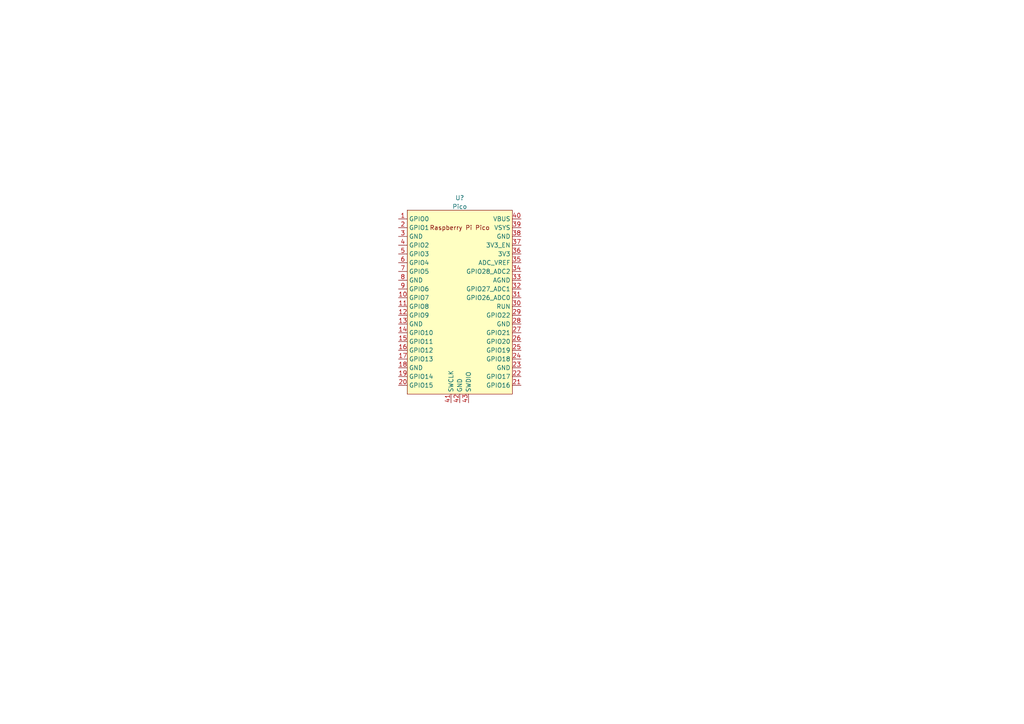
<source format=kicad_sch>
(kicad_sch (version 20211123) (generator eeschema)
  (paper "A4")
  (lib_symbols
    (symbol "MCU_RaspberryPi_and_Boards:Pico"
      (property "Reference" "U" (at -13.97 27.94 0))
      (property "Value" "Pico" (at 0 19.05 0))
      (symbol "Pico_0_0"
        (text "Raspberry Pi Pico" (at 0 21.59 0) (effects (font (size 1.27 1.27))))
      )
      (symbol "Pico_0_1"
        (rectangle (start -15.24 26.67) (end 15.24 -26.67) (fill (type background)))
      )
      (symbol "Pico_1_1"
        (pin bidirectional line (at -17.78 24.13 0) (length 2.54) (name "GPIO0") (number "1"))
        (pin bidirectional line (at -17.78 1.27 0) (length 2.54) (name "GPIO7") (number "10"))
        (pin bidirectional line (at -17.78 -1.27 0) (length 2.54) (name "GPIO8") (number "11"))
        (pin bidirectional line (at -17.78 -3.81 0) (length 2.54) (name "GPIO9") (number "12"))
        (pin power_in line (at -17.78 -6.35 0) (length 2.54) (name "GND") (number "13"))
        (pin bidirectional line (at -17.78 -8.89 0) (length 2.54) (name "GPIO10") (number "14"))
        (pin bidirectional line (at -17.78 -11.43 0) (length 2.54) (name "GPIO11") (number "15"))
        (pin bidirectional line (at -17.78 -13.97 0) (length 2.54) (name "GPIO12") (number "16"))
        (pin bidirectional line (at -17.78 -16.51 0) (length 2.54) (name "GPIO13") (number "17"))
        (pin power_in line (at -17.78 -19.05 0) (length 2.54) (name "GND") (number "18"))
        (pin bidirectional line (at -17.78 -21.59 0) (length 2.54) (name "GPIO14") (number "19"))
        (pin bidirectional line (at -17.78 21.59 0) (length 2.54) (name "GPIO1") (number "2"))
        (pin bidirectional line (at -17.78 -24.13 0) (length 2.54) (name "GPIO15") (number "20"))
        (pin bidirectional line (at 17.78 -24.13 180) (length 2.54) (name "GPIO16") (number "21"))
        (pin bidirectional line (at 17.78 -21.59 180) (length 2.54) (name "GPIO17") (number "22"))
        (pin power_in line (at 17.78 -19.05 180) (length 2.54) (name "GND") (number "23"))
        (pin bidirectional line (at 17.78 -16.51 180) (length 2.54) (name "GPIO18") (number "24"))
        (pin bidirectional line (at 17.78 -13.97 180) (length 2.54) (name "GPIO19") (number "25"))
        (pin bidirectional line (at 17.78 -11.43 180) (length 2.54) (name "GPIO20") (number "26"))
        (pin bidirectional line (at 17.78 -8.89 180) (length 2.54) (name "GPIO21") (number "27"))
        (pin power_in line (at 17.78 -6.35 180) (length 2.54) (name "GND") (number "28"))
        (pin bidirectional line (at 17.78 -3.81 180) (length 2.54) (name "GPIO22") (number "29"))
        (pin power_in line (at -17.78 19.05 0) (length 2.54) (name "GND") (number "3"))
        (pin input line (at 17.78 -1.27 180) (length 2.54) (name "RUN") (number "30"))
        (pin bidirectional line (at 17.78 1.27 180) (length 2.54) (name "GPIO26_ADC0") (number "31"))
        (pin bidirectional line (at 17.78 3.81 180) (length 2.54) (name "GPIO27_ADC1") (number "32"))
        (pin power_in line (at 17.78 6.35 180) (length 2.54) (name "AGND") (number "33"))
        (pin bidirectional line (at 17.78 8.89 180) (length 2.54) (name "GPIO28_ADC2") (number "34"))
        (pin power_in line (at 17.78 11.43 180) (length 2.54) (name "ADC_VREF") (number "35"))
        (pin power_in line (at 17.78 13.97 180) (length 2.54) (name "3V3") (number "36"))
        (pin input line (at 17.78 16.51 180) (length 2.54) (name "3V3_EN") (number "37"))
        (pin bidirectional line (at 17.78 19.05 180) (length 2.54) (name "GND") (number "38"))
        (pin power_in line (at 17.78 21.59 180) (length 2.54) (name "VSYS") (number "39"))
        (pin bidirectional line (at -17.78 16.51 0) (length 2.54) (name "GPIO2") (number "4"))
        (pin power_in line (at 17.78 24.13 180) (length 2.54) (name "VBUS") (number "40"))
        (pin input line (at -2.54 -29.21 90) (length 2.54) (name "SWCLK") (number "41"))
        (pin power_in line (at 0 -29.21 90) (length 2.54) (name "GND") (number "42"))
        (pin bidirectional line (at 2.54 -29.21 90) (length 2.54) (name "SWDIO") (number "43"))
        (pin bidirectional line (at -17.78 13.97 0) (length 2.54) (name "GPIO3") (number "5"))
        (pin bidirectional line (at -17.78 11.43 0) (length 2.54) (name "GPIO4") (number "6"))
        (pin bidirectional line (at -17.78 8.89 0) (length 2.54) (name "GPIO5") (number "7"))
        (pin power_in line (at -17.78 6.35 0) (length 2.54) (name "GND") (number "8"))
        (pin bidirectional line (at -17.78 3.81 0) (length 2.54) (name "GPIO6") (number "9"))
      )
    )
  )
  (symbol (lib_id "MCU_RaspberryPi_and_Boards:Pico") (at 133.35 87.63 0) (unit 1)
    (property "Reference" "U?" (at 133.35 57.3872 0))
    (property "Value" "Pico" (at 133.35 59.9241 0))
    (property "Footprint" "RPi_Pico:RPi_Pico_SMD_TH" (effects hide))
  )
)
</source>
